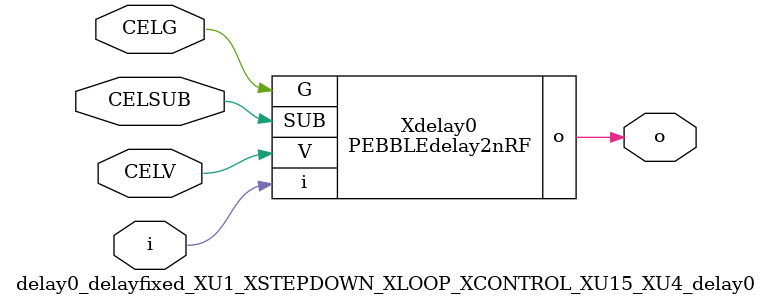
<source format=v>



module PEBBLEdelay2nRF ( o, V, G, i, SUB );

  input V;
  input i;
  input G;
  output o;
  input SUB;
endmodule

//Celera Confidential Do Not Copy delay0_delayfixed_XU1_XSTEPDOWN_XLOOP_XCONTROL_XU15_XU4_delay0
//TYPE: fixed 2ns
module delay0_delayfixed_XU1_XSTEPDOWN_XLOOP_XCONTROL_XU15_XU4_delay0 (i, CELV, o,
CELG,CELSUB);
input CELV;
input i;
output o;
input CELSUB;
input CELG;

//Celera Confidential Do Not Copy delayfast0
PEBBLEdelay2nRF Xdelay0(
.V (CELV),
.i (i),
.o (o),
.G (CELG),
.SUB (CELSUB)
);
//,diesize,PEBBLEdelay2nRF

//Celera Confidential Do Not Copy Module End
//Celera Schematic Generator
endmodule

</source>
